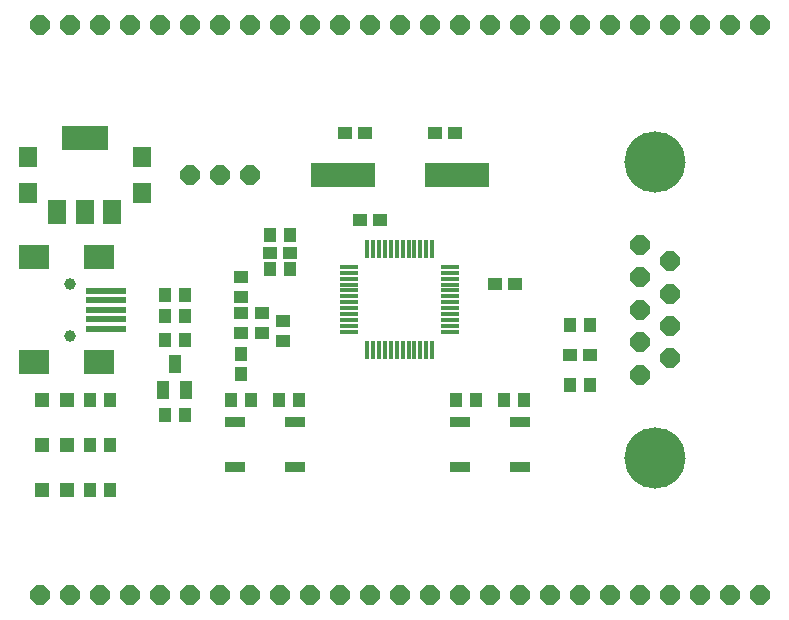
<source format=gts>
G75*
G70*
%OFA0B0*%
%FSLAX24Y24*%
%IPPOS*%
%LPD*%
%AMOC8*
5,1,8,0,0,1.08239X$1,22.5*
%
%ADD10R,0.0631X0.0827*%
%ADD11R,0.1536X0.0827*%
%ADD12OC8,0.0640*%
%ADD13R,0.0138X0.0631*%
%ADD14R,0.0631X0.0138*%
%ADD15R,0.2140X0.0800*%
%ADD16R,0.0473X0.0434*%
%ADD17R,0.1024X0.0827*%
%ADD18R,0.1339X0.0237*%
%ADD19C,0.0394*%
%ADD20R,0.0434X0.0473*%
%ADD21R,0.0434X0.0591*%
%ADD22R,0.0591X0.0670*%
%ADD23R,0.0512X0.0512*%
%ADD24R,0.0690X0.0340*%
%ADD25C,0.2040*%
D10*
X002048Y013917D03*
X002954Y013917D03*
X003859Y013917D03*
D11*
X002954Y016397D03*
D12*
X001454Y001157D03*
X002454Y001157D03*
X003454Y001157D03*
X004454Y001157D03*
X005454Y001157D03*
X006454Y001157D03*
X007454Y001157D03*
X008454Y001157D03*
X009454Y001157D03*
X010454Y001157D03*
X011454Y001157D03*
X012454Y001157D03*
X013454Y001157D03*
X014454Y001157D03*
X015454Y001157D03*
X016454Y001157D03*
X017454Y001157D03*
X018454Y001157D03*
X019454Y001157D03*
X020454Y001157D03*
X021454Y001157D03*
X022454Y001157D03*
X023454Y001157D03*
X024454Y001157D03*
X025454Y001157D03*
X021454Y008497D03*
X022454Y009037D03*
X021454Y009577D03*
X022454Y010117D03*
X021454Y010657D03*
X022454Y011197D03*
X021454Y011737D03*
X022454Y012277D03*
X021454Y012817D03*
X021454Y020157D03*
X020454Y020157D03*
X019454Y020157D03*
X018454Y020157D03*
X017454Y020157D03*
X016454Y020157D03*
X015454Y020157D03*
X014454Y020157D03*
X013454Y020157D03*
X012454Y020157D03*
X011454Y020157D03*
X010454Y020157D03*
X009454Y020157D03*
X008454Y020157D03*
X007454Y020157D03*
X006454Y020157D03*
X005454Y020157D03*
X004454Y020157D03*
X003454Y020157D03*
X002454Y020157D03*
X001454Y020157D03*
X006454Y015157D03*
X007454Y015157D03*
X008454Y015157D03*
X022454Y020157D03*
X023454Y020157D03*
X024454Y020157D03*
X025454Y020157D03*
D13*
X014536Y012700D03*
X014339Y012700D03*
X014143Y012700D03*
X013946Y012700D03*
X013749Y012700D03*
X013552Y012700D03*
X013355Y012700D03*
X013158Y012700D03*
X012961Y012700D03*
X012765Y012700D03*
X012568Y012700D03*
X012371Y012700D03*
X012371Y009314D03*
X012568Y009314D03*
X012765Y009314D03*
X012961Y009314D03*
X013158Y009314D03*
X013355Y009314D03*
X013552Y009314D03*
X013749Y009314D03*
X013946Y009314D03*
X014143Y009314D03*
X014339Y009314D03*
X014536Y009314D03*
D14*
X015146Y009925D03*
X015146Y010121D03*
X015146Y010318D03*
X015146Y010515D03*
X015146Y010712D03*
X015146Y010909D03*
X015146Y011106D03*
X015146Y011303D03*
X015146Y011499D03*
X015146Y011696D03*
X015146Y011893D03*
X015146Y012090D03*
X011761Y012090D03*
X011761Y011893D03*
X011761Y011696D03*
X011761Y011499D03*
X011761Y011303D03*
X011761Y011106D03*
X011761Y010909D03*
X011761Y010712D03*
X011761Y010515D03*
X011761Y010318D03*
X011761Y010121D03*
X011761Y009925D03*
D15*
X011554Y015157D03*
X015354Y015157D03*
D16*
X015288Y016557D03*
X014619Y016557D03*
X012288Y016557D03*
X011619Y016557D03*
X012119Y013657D03*
X012788Y013657D03*
X009788Y012557D03*
X009119Y012557D03*
X008154Y011742D03*
X008154Y011073D03*
X008154Y010542D03*
X008854Y010542D03*
X009554Y010292D03*
X008854Y009873D03*
X008154Y009873D03*
X009554Y009623D03*
X016619Y011507D03*
X017288Y011507D03*
X019119Y009157D03*
X019788Y009157D03*
D17*
X003438Y008905D03*
X001272Y008905D03*
X001272Y012409D03*
X003438Y012409D03*
D18*
X003674Y011287D03*
X003674Y010972D03*
X003674Y010657D03*
X003674Y010342D03*
X003674Y010027D03*
D19*
X002454Y009791D03*
X002454Y011523D03*
D20*
X005619Y011157D03*
X006288Y011157D03*
X006288Y010457D03*
X005619Y010457D03*
X005619Y009657D03*
X006288Y009657D03*
X008154Y009192D03*
X008154Y008523D03*
X008488Y007657D03*
X007819Y007657D03*
X006288Y007157D03*
X005619Y007157D03*
X003788Y007657D03*
X003119Y007657D03*
X003119Y006157D03*
X003788Y006157D03*
X003788Y004657D03*
X003119Y004657D03*
X009419Y007657D03*
X010088Y007657D03*
X015319Y007657D03*
X015988Y007657D03*
X016919Y007657D03*
X017588Y007657D03*
X019119Y008157D03*
X019788Y008157D03*
X019788Y010157D03*
X019119Y010157D03*
X009788Y012007D03*
X009119Y012007D03*
X009119Y013157D03*
X009788Y013157D03*
D21*
X005954Y008840D03*
X006328Y007974D03*
X005580Y007974D03*
D22*
X004854Y014567D03*
X004854Y015748D03*
X001054Y015748D03*
X001054Y014567D03*
D23*
X001540Y007657D03*
X002367Y007657D03*
X002367Y006157D03*
X001540Y006157D03*
X001540Y004657D03*
X002367Y004657D03*
D24*
X007954Y005407D03*
X007954Y006907D03*
X009954Y006907D03*
X009954Y005407D03*
X015454Y005407D03*
X015454Y006907D03*
X017454Y006907D03*
X017454Y005407D03*
D25*
X021954Y005727D03*
X021954Y015587D03*
M02*

</source>
